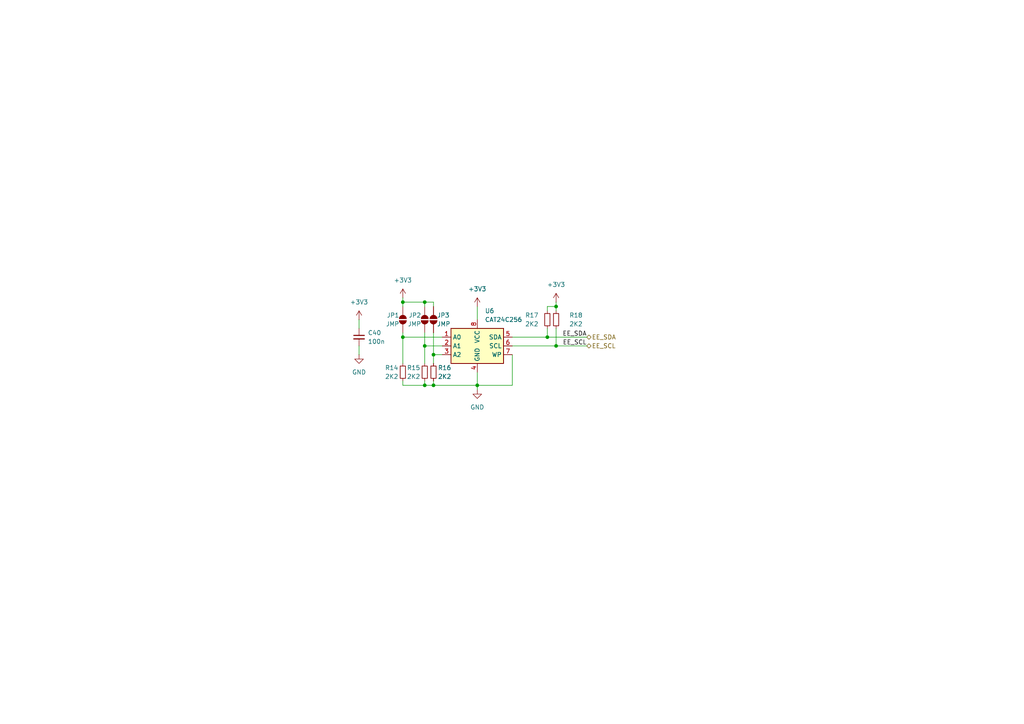
<source format=kicad_sch>
(kicad_sch (version 20231120) (generator "eeschema") (generator_version "8.0")
  (paper "A4")
  (lib_symbols
    (symbol "Device:C_Small" (pin_numbers hide) (pin_names (offset 0.254) hide)
      (property "Reference" "C" (at 0.254 1.778 0))
      (property "Value" "C_Small" (at 0.254 -2.032 0))
      (symbol "C_Small_0_1"
        (polyline (pts (xy -1.524 -0.508) (xy 1.524 -0.508)) (stroke (width 0.3302)))
        (polyline (pts (xy -1.524 0.508) (xy 1.524 0.508)) (stroke (width 0.3048)))
      )
      (symbol "C_Small_1_1"
        (pin passive line (at 0 2.54 270) (length 2.032) (name "~") (number "1"))
        (pin passive line (at 0 -2.54 90) (length 2.032) (name "~") (number "2"))
      )
    )
    (symbol "Device:R_Small" (pin_numbers hide) (pin_names (offset 0.254) hide)
      (property "Reference" "R" (at 0.762 0.508 0))
      (property "Value" "R_Small" (at 0.762 -1.016 0))
      (symbol "R_Small_0_1"
        (rectangle (start -0.762 1.778) (end 0.762 -1.778) (stroke (width 0.2032)))
      )
      (symbol "R_Small_1_1"
        (pin passive line (at 0 2.54 270) (length 0.762) (name "~") (number "1"))
        (pin passive line (at 0 -2.54 90) (length 0.762) (name "~") (number "2"))
      )
    )
    (symbol "Jumper:SolderJumper_2_Open" (pin_numbers hide) (pin_names (offset 0) hide) (exclude_from_sim yes) (in_bom no)
      (property "Reference" "JP" (at 0 2.032 0))
      (property "Value" "SolderJumper_2_Open" (at 0 -2.54 0))
      (symbol "SolderJumper_2_Open_0_1"
        (arc (start -0.254 1.016) (mid -1.2656 0) (end -0.254 -1.016))
        (arc (start -0.254 1.016) (mid -1.2656 0) (end -0.254 -1.016) (fill (type outline)))
        (polyline (pts (xy -0.254 1.016) (xy -0.254 -1.016)))
        (polyline (pts (xy 0.254 1.016) (xy 0.254 -1.016)))
        (arc (start 0.254 -1.016) (mid 1.2656 0) (end 0.254 1.016))
        (arc (start 0.254 -1.016) (mid 1.2656 0) (end 0.254 1.016) (fill (type outline)))
      )
      (symbol "SolderJumper_2_Open_1_1"
        (pin passive line (at -3.81 0 0) (length 2.54) (name "A") (number "1"))
        (pin passive line (at 3.81 0 180) (length 2.54) (name "B") (number "2"))
      )
    )
    (symbol "Memory_EEPROM:CAT24C256"
      (property "Reference" "U" (at -6.35 6.35 0))
      (property "Value" "CAT24C256" (at 1.27 6.35 0))
      (symbol "CAT24C256_1_1"
        (rectangle (start -7.62 5.08) (end 7.62 -5.08) (stroke (width 0.254)) (fill (type background)))
        (pin input line (at -10.16 2.54 0) (length 2.54) (name "A0") (number "1"))
        (pin input line (at -10.16 0 0) (length 2.54) (name "A1") (number "2"))
        (pin input line (at -10.16 -2.54 0) (length 2.54) (name "A2") (number "3"))
        (pin power_in line (at 0 -7.62 90) (length 2.54) (name "GND") (number "4"))
        (pin bidirectional line (at 10.16 2.54 180) (length 2.54) (name "SDA") (number "5"))
        (pin input line (at 10.16 0 180) (length 2.54) (name "SCL") (number "6"))
        (pin input line (at 10.16 -2.54 180) (length 2.54) (name "WP") (number "7"))
        (pin power_in line (at 0 7.62 270) (length 2.54) (name "VCC") (number "8"))
      )
    )
    (symbol "power:+3V3" (power) (pin_numbers hide) (pin_names (offset 0) hide)
      (property "Value" "+3V3" (at 0 3.556 0))
      (symbol "+3V3_0_1"
        (polyline (pts (xy -0.762 1.27) (xy 0 2.54)))
        (polyline (pts (xy 0 0) (xy 0 2.54)))
        (polyline (pts (xy 0 2.54) (xy 0.762 1.27)))
      )
      (symbol "+3V3_1_1"
        (pin power_in line (at 0 0 90) (length 0) (name "~") (number "1"))
      )
    )
    (symbol "power:GND" (power) (pin_numbers hide) (pin_names (offset 0) hide)
      (property "Value" "GND" (at 0 -3.81 0))
      (symbol "GND_0_1"
        (polyline (pts (xy 0 0) (xy 0 -1.27) (xy 1.27 -1.27) (xy 0 -2.54) (xy -1.27 -1.27) (xy 0 -1.27)))
      )
      (symbol "GND_1_1"
        (pin power_in line (at 0 0 270) (length 0) (name "~") (number "1"))
      )
    )
  )
  (junction (at 123.19 111.76))
  (junction (at 158.75 97.79))
  (junction (at 116.84 97.79))
  (junction (at 116.84 87.63))
  (junction (at 138.43 111.76))
  (junction (at 161.29 100.33))
  (junction (at 123.19 87.63))
  (junction (at 161.29 88.9))
  (junction (at 125.73 102.87))
  (junction (at 123.19 100.33))
  (junction (at 125.73 111.76))
  (wire (pts (xy 123.19 87.63) (xy 125.73 87.63)))
  (wire (pts (xy 158.75 97.79) (xy 158.75 95.25)))
  (wire (pts (xy 116.84 111.76) (xy 123.19 111.76)))
  (wire (pts (xy 125.73 105.41) (xy 125.73 102.87)))
  (wire (pts (xy 148.59 111.76) (xy 138.43 111.76)))
  (wire (pts (xy 125.73 111.76) (xy 138.43 111.76)))
  (wire (pts (xy 123.19 100.33) (xy 128.27 100.33)))
  (wire (pts (xy 123.19 105.41) (xy 123.19 100.33)))
  (wire (pts (xy 123.19 87.63) (xy 123.19 88.9)))
  (wire (pts (xy 158.75 97.79) (xy 170.18 97.79)))
  (wire (pts (xy 161.29 88.9) (xy 161.29 90.17)))
  (wire (pts (xy 116.84 86.36) (xy 116.84 87.63)))
  (wire (pts (xy 116.84 87.63) (xy 116.84 88.9)))
  (wire (pts (xy 148.59 97.79) (xy 158.75 97.79)))
  (wire (pts (xy 148.59 100.33) (xy 161.29 100.33)))
  (wire (pts (xy 161.29 87.63) (xy 161.29 88.9)))
  (wire (pts (xy 158.75 90.17) (xy 158.75 88.9)))
  (wire (pts (xy 104.14 92.71) (xy 104.14 95.25)))
  (wire (pts (xy 128.27 97.79) (xy 116.84 97.79)))
  (wire (pts (xy 161.29 100.33) (xy 161.29 95.25)))
  (wire (pts (xy 116.84 97.79) (xy 116.84 105.41)))
  (wire (pts (xy 138.43 88.9) (xy 138.43 92.71)))
  (wire (pts (xy 125.73 102.87) (xy 128.27 102.87)))
  (wire (pts (xy 116.84 87.63) (xy 123.19 87.63)))
  (wire (pts (xy 125.73 110.49) (xy 125.73 111.76)))
  (wire (pts (xy 116.84 110.49) (xy 116.84 111.76)))
  (wire (pts (xy 161.29 100.33) (xy 170.18 100.33)))
  (wire (pts (xy 138.43 107.95) (xy 138.43 111.76)))
  (wire (pts (xy 148.59 102.87) (xy 148.59 111.76)))
  (wire (pts (xy 125.73 88.9) (xy 125.73 87.63)))
  (wire (pts (xy 116.84 96.52) (xy 116.84 97.79)))
  (wire (pts (xy 125.73 96.52) (xy 125.73 102.87)))
  (wire (pts (xy 123.19 110.49) (xy 123.19 111.76)))
  (wire (pts (xy 123.19 96.52) (xy 123.19 100.33)))
  (wire (pts (xy 138.43 113.03) (xy 138.43 111.76)))
  (wire (pts (xy 104.14 102.87) (xy 104.14 100.33)))
  (wire (pts (xy 158.75 88.9) (xy 161.29 88.9)))
  (wire (pts (xy 123.19 111.76) (xy 125.73 111.76)))
  (label "EE_SDA" (at 170.18 97.79 180))
  (label "EE_SCL" (at 170.18 100.33 180))
  (hierarchical_label "EE_SDA" (shape bidirectional) (at 170.18 97.79 0))
  (hierarchical_label "EE_SCL" (shape bidirectional) (at 170.18 100.33 0))
  (symbol (lib_id "Jumper:SolderJumper_2_Open") (at 125.73 92.71 90) (unit 1) (exclude_from_sim yes) (in_bom no)
    (property "Reference" "JP3" (at 126.746 91.44 90) (effects (justify right)))
    (property "Value" "JMP" (at 126.746 93.98 90) (effects (justify right)))
    (property "Footprint" "Jumper:SolderJumper-2_P1.3mm_Open_RoundedPad1.0x1.5mm" (effects (hide yes)))
    (property "Description" "Solder Jumper, 2-pole, open" (effects (hide yes)))
  )
  (symbol (lib_id "Device:R_Small") (at 125.73 107.95 0) (unit 1)
    (property "Reference" "R16" (at 127 106.68 0) (effects (justify left)))
    (property "Value" "2K2" (at 127 109.22 0) (effects (justify left)))
    (property "Footprint" "Resistor_SMD:R_0402_1005Metric" (effects (hide yes)))
    (property "Description" "Resistor, small symbol" (effects (hide yes)))
    (property "JLCPCB Part #" "C25879" (effects (hide yes)))
  )
  (symbol (lib_id "Device:R_Small") (at 161.29 92.71 0) (unit 1)
    (property "Reference" "R18" (at 165.1 91.4399 0) (effects (justify left)))
    (property "Value" "2K2" (at 165.1 93.9799 0) (effects (justify left)))
    (property "Footprint" "Resistor_SMD:R_0402_1005Metric" (effects (hide yes)))
    (property "Description" "Resistor, small symbol" (effects (hide yes)))
    (property "JLCPCB Part #" "C25879" (effects (hide yes)))
  )
  (symbol (lib_id "Device:R_Small") (at 123.19 107.95 0) (mirror y) (unit 1)
    (property "Reference" "R15" (at 121.92 106.68 0) (effects (justify left)))
    (property "Value" "2K2" (at 121.92 109.22 0) (effects (justify left)))
    (property "Footprint" "Resistor_SMD:R_0402_1005Metric" (effects (hide yes)))
    (property "Description" "Resistor, small symbol" (effects (hide yes)))
    (property "JLCPCB Part #" "C25879" (effects (hide yes)))
  )
  (symbol (lib_id "power:+3V3") (at 104.14 92.71 0) (unit 1)
    (property "Reference" "#PWR072" (effects (hide yes)))
    (property "Value" "+3V3" (at 104.14 87.63 0))
    (property "Description" "Power symbol creates a global label with name \"+3V3\"" (effects (hide yes)))
  )
  (symbol (lib_id "Memory_EEPROM:CAT24C256") (at 138.43 100.33 0) (unit 1)
    (property "Reference" "U6" (at 140.6241 90.17 0) (effects (justify left)))
    (property "Value" "CAT24C256" (at 140.6241 92.71 0) (effects (justify left)))
    (property "Footprint" "Package_SO:SOIC-8_3.9x4.9mm_P1.27mm" (effects (hide yes)))
    (property "Datasheet" "https://www.onsemi.cn/PowerSolutions/document/CAT24C256-D.PDF" (effects (hide yes)))
    (property "Description" "256 kb CMOS Serial EEPROM, DIP-8/SOIC-8/TSSOP-8/DFN-8" (effects (hide yes)))
    (property "JLCPCB Part #" "C6482" (effects (hide yes)))
  )
  (symbol (lib_id "power:GND") (at 138.43 113.03 0) (unit 1)
    (property "Reference" "#PWR070" (effects (hide yes)))
    (property "Value" "GND" (at 138.43 118.11 0))
    (property "Description" "Power symbol creates a global label with name \"GND\" , ground" (effects (hide yes)))
  )
  (symbol (lib_id "Jumper:SolderJumper_2_Open") (at 116.84 92.71 270) (mirror x) (unit 1) (exclude_from_sim yes) (in_bom no)
    (property "Reference" "JP1" (at 115.824 91.44 90) (effects (justify right)))
    (property "Value" "JMP" (at 115.824 93.98 90) (effects (justify right)))
    (property "Footprint" "Jumper:SolderJumper-2_P1.3mm_Open_RoundedPad1.0x1.5mm" (effects (hide yes)))
    (property "Description" "Solder Jumper, 2-pole, open" (effects (hide yes)))
  )
  (symbol (lib_id "power:+3V3") (at 116.84 86.36 0) (unit 1)
    (property "Reference" "#PWR068" (effects (hide yes)))
    (property "Value" "+3V3" (at 116.84 81.28 0))
    (property "Description" "Power symbol creates a global label with name \"+3V3\"" (effects (hide yes)))
  )
  (symbol (lib_id "Device:R_Small") (at 158.75 92.71 0) (mirror y) (unit 1)
    (property "Reference" "R17" (at 156.21 91.4399 0) (effects (justify left)))
    (property "Value" "2K2" (at 156.21 93.9799 0) (effects (justify left)))
    (property "Footprint" "Resistor_SMD:R_0402_1005Metric" (effects (hide yes)))
    (property "Description" "Resistor, small symbol" (effects (hide yes)))
    (property "JLCPCB Part #" "C25879" (effects (hide yes)))
  )
  (symbol (lib_id "Device:C_Small") (at 104.14 97.79 0) (unit 1)
    (property "Reference" "C40" (at 106.68 96.5262 0) (effects (justify left)))
    (property "Value" "100n" (at 106.68 99.0662 0) (effects (justify left)))
    (property "Footprint" "Capacitor_SMD:C_0402_1005Metric" (effects (hide yes)))
    (property "Description" "Unpolarized capacitor, small symbol" (effects (hide yes)))
    (property "JLCPCB Part #" "C307331" (effects (hide yes)))
  )
  (symbol (lib_id "power:GND") (at 104.14 102.87 0) (unit 1)
    (property "Reference" "#PWR073" (effects (hide yes)))
    (property "Value" "GND" (at 104.14 107.95 0))
    (property "Description" "Power symbol creates a global label with name \"GND\" , ground" (effects (hide yes)))
  )
  (symbol (lib_id "power:+3V3") (at 161.29 87.63 0) (unit 1)
    (property "Reference" "#PWR071" (effects (hide yes)))
    (property "Value" "+3V3" (at 161.29 82.55 0))
    (property "Description" "Power symbol creates a global label with name \"+3V3\"" (effects (hide yes)))
  )
  (symbol (lib_id "Device:R_Small") (at 116.84 107.95 0) (mirror y) (unit 1)
    (property "Reference" "R14" (at 115.57 106.68 0) (effects (justify left)))
    (property "Value" "2K2" (at 115.57 109.22 0) (effects (justify left)))
    (property "Footprint" "Resistor_SMD:R_0402_1005Metric" (effects (hide yes)))
    (property "Description" "Resistor, small symbol" (effects (hide yes)))
    (property "JLCPCB Part #" "C25879" (effects (hide yes)))
  )
  (symbol (lib_id "power:+3V3") (at 138.43 88.9 0) (unit 1)
    (property "Reference" "#PWR069" (effects (hide yes)))
    (property "Value" "+3V3" (at 138.43 83.82 0))
    (property "Description" "Power symbol creates a global label with name \"+3V3\"" (effects (hide yes)))
  )
  (symbol (lib_id "Jumper:SolderJumper_2_Open") (at 123.19 92.71 270) (mirror x) (unit 1) (exclude_from_sim yes) (in_bom no)
    (property "Reference" "JP2" (at 122.174 91.44 90) (effects (justify right)))
    (property "Value" "JMP" (at 122.174 93.98 90) (effects (justify right)))
    (property "Footprint" "Jumper:SolderJumper-2_P1.3mm_Open_RoundedPad1.0x1.5mm" (effects (hide yes)))
    (property "Description" "Solder Jumper, 2-pole, open" (effects (hide yes)))
  )
)
</source>
